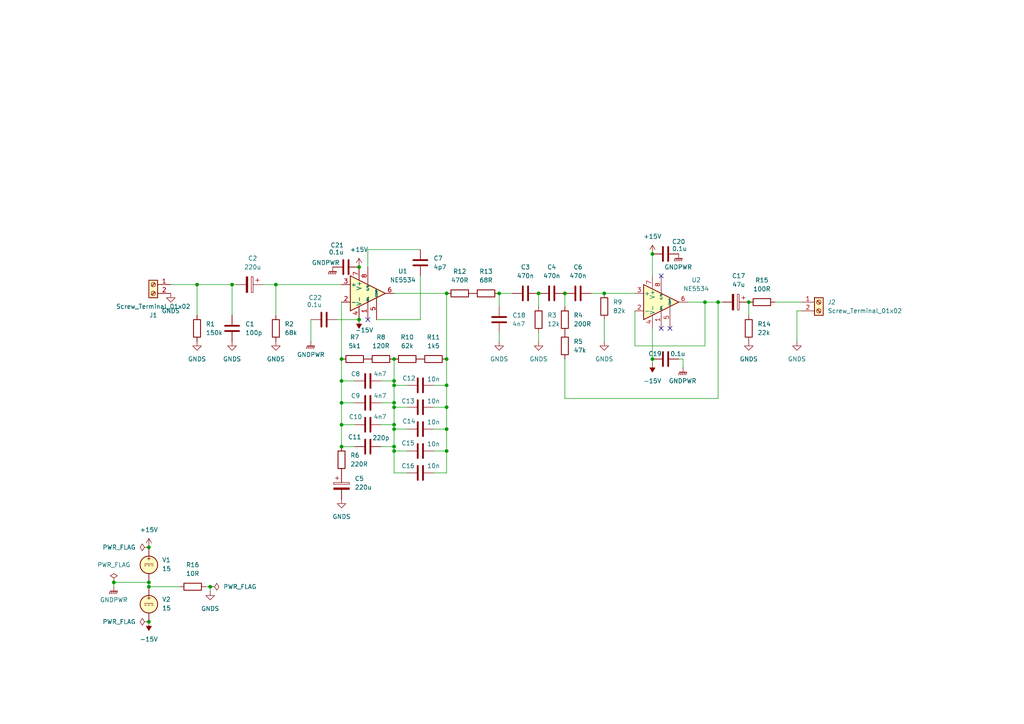
<source format=kicad_sch>
(kicad_sch (version 20250114) (generator "eeschema") (generator_version "9.0")
  (paper "A4")
  (title_block (title "Practical MM amplifier #3") (date "2025-12-29") (rev "0.1") (comment 1 "Small Signal Audio Design, 4th Edition, by Douglas Self") (comment 2 "Based on Signal Transfer design"))
  (lib_symbols
    (symbol "Amplifier_Operational:NE5534" (pin_names (offset 0.127))
      (property "Reference" "U" (at 1.27 6.35 0))
      (property "Value" "NE5534" (at 1.27 3.81 0))
      (symbol "NE5534_0_1"
        (polyline (pts (xy -5.08 5.08) (xy 5.08 0) (xy -5.08 -5.08) (xy -5.08 5.08)) (stroke (width 0.254)) (fill (type background)))
      )
      (symbol "NE5534_1_1"
        (pin input line (at -7.62 2.54 0) (length 2.54) (name "+") (number "3"))
        (pin input line (at -7.62 -2.54 0) (length 2.54) (name "-") (number "2"))
        (pin power_in line (at -2.54 7.62 270) (length 3.81) (name "V+") (number "7"))
        (pin power_in line (at -2.54 -7.62 90) (length 3.81) (name "V-") (number "4"))
        (pin input line (at 0 7.62 270) (length 5.08) (name "C/B") (number "8"))
        (pin input line (at 0 -7.62 90) (length 5.08) (name "BAL") (number "1"))
        (pin input line (at 2.54 -7.62 90) (length 6.35) (name "COMP") (number "5"))
        (pin output line (at 7.62 0 180) (length 2.54) (name "~") (number "6"))
      )
    )
    (symbol "Connector:Screw_Terminal_01x02" (pin_names (offset 1.016) (hide yes))
      (property "Reference" "J" (at 0 2.54 0))
      (property "Value" "Screw_Terminal_01x02" (at 0 -5.08 0))
      (symbol "Screw_Terminal_01x02_1_1"
        (rectangle (start -1.27 1.27) (end 1.27 -3.81) (stroke (width 0.254)) (fill (type background)))
        (polyline (pts (xy -0.5334 0.3302) (xy 0.3302 -0.508)) (stroke (width 0.1524)))
        (polyline (pts (xy -0.5334 -2.2098) (xy 0.3302 -3.048)) (stroke (width 0.1524)))
        (polyline (pts (xy -0.3556 0.508) (xy 0.508 -0.3302)) (stroke (width 0.1524)))
        (polyline (pts (xy -0.3556 -2.032) (xy 0.508 -2.8702)) (stroke (width 0.1524)))
        (circle (center 0 0) (radius 0.635) (stroke (width 0.1524)))
        (circle (center 0 -2.54) (radius 0.635) (stroke (width 0.1524)))
        (pin passive line (at -5.08 0 0) (length 3.81) (name "Pin_1") (number "1"))
        (pin passive line (at -5.08 -2.54 0) (length 3.81) (name "Pin_2") (number "2"))
      )
    )
    (symbol "Device:C" (pin_numbers (hide yes)) (pin_names (offset 0.254))
      (property "Reference" "C" (at 0.635 2.54 0))
      (property "Value" "C" (at 0.635 -2.54 0))
      (symbol "C_0_1"
        (polyline (pts (xy -2.032 0.762) (xy 2.032 0.762)) (stroke (width 0.508)))
        (polyline (pts (xy -2.032 -0.762) (xy 2.032 -0.762)) (stroke (width 0.508)))
      )
      (symbol "C_1_1"
        (pin passive line (at 0 3.81 270) (length 2.794) (name "~") (number "1"))
        (pin passive line (at 0 -3.81 90) (length 2.794) (name "~") (number "2"))
      )
    )
    (symbol "Device:C_Polarized" (pin_numbers (hide yes)) (pin_names (offset 0.254))
      (property "Reference" "C" (at 0.635 2.54 0))
      (property "Value" "C_Polarized" (at 0.635 -2.54 0))
      (symbol "C_Polarized_0_1"
        (rectangle (start -2.286 0.508) (end 2.286 1.016))
        (polyline (pts (xy -1.778 2.286) (xy -0.762 2.286)))
        (polyline (pts (xy -1.27 2.794) (xy -1.27 1.778)))
        (rectangle (start 2.286 -0.508) (end -2.286 -1.016) (fill (type outline)))
      )
      (symbol "C_Polarized_1_1"
        (pin passive line (at 0 3.81 270) (length 2.794) (name "~") (number "1"))
        (pin passive line (at 0 -3.81 90) (length 2.794) (name "~") (number "2"))
      )
    )
    (symbol "Device:R" (pin_numbers (hide yes)) (pin_names (offset 0))
      (property "Reference" "R" (at 2.032 0 90))
      (property "Value" "R" (at 0 0 90))
      (symbol "R_0_1"
        (rectangle (start -1.016 -2.54) (end 1.016 2.54) (stroke (width 0.254)))
      )
      (symbol "R_1_1"
        (pin passive line (at 0 3.81 270) (length 1.27) (name "~") (number "1"))
        (pin passive line (at 0 -3.81 90) (length 1.27) (name "~") (number "2"))
      )
    )
    (symbol "Simulation_SPICE:VDC" (pin_numbers (hide yes)) (pin_names (offset 0.0254))
      (property "Reference" "V" (at 2.54 2.54 0))
      (property "Value" "1" (at 2.54 0 0))
      (symbol "VDC_0_0"
        (polyline (pts (xy -1.27 0.254) (xy 1.27 0.254)))
        (polyline (pts (xy -0.762 -0.254) (xy -1.27 -0.254)))
        (polyline (pts (xy 0.254 -0.254) (xy -0.254 -0.254)))
        (polyline (pts (xy 1.27 -0.254) (xy 0.762 -0.254)))
        (text "+" (at 0 1.905 0) (effects (font (size 1.27 1.27))))
      )
      (symbol "VDC_0_1"
        (circle (center 0 0) (radius 2.54) (stroke (width 0.254)) (fill (type background)))
      )
      (symbol "VDC_1_1"
        (pin passive line (at 0 5.08 270) (length 2.54) (name "~") (number "1"))
        (pin passive line (at 0 -5.08 90) (length 2.54) (name "~") (number "2"))
      )
    )
    (symbol "power:+15V" (power) (pin_numbers (hide yes)) (pin_names (offset 0) (hide yes))
      (property "Value" "+15V" (at 0 3.556 0))
      (symbol "+15V_0_1"
        (polyline (pts (xy -0.762 1.27) (xy 0 2.54)))
        (polyline (pts (xy 0 2.54) (xy 0.762 1.27)))
        (polyline (pts (xy 0 0) (xy 0 2.54)))
      )
      (symbol "+15V_1_1"
        (pin power_in line (at 0 0 90) (length 0) (name "~") (number "1"))
      )
    )
    (symbol "power:-15V" (power) (pin_numbers (hide yes)) (pin_names (offset 0) (hide yes))
      (property "Value" "-15V" (at 0 3.556 0))
      (symbol "-15V_0_0"
        (pin power_in line (at 0 0 90) (length 0) (name "~") (number "1"))
      )
      (symbol "-15V_0_1"
        (polyline (pts (xy 0 0) (xy 0 1.27) (xy 0.762 1.27) (xy 0 2.54) (xy -0.762 1.27) (xy 0 1.27)) (fill (type outline)))
      )
    )
    (symbol "power:GNDPWR" (power) (pin_numbers (hide yes)) (pin_names (offset 0) (hide yes))
      (property "Value" "GNDPWR" (at 0 -3.302 0))
      (symbol "GNDPWR_0_1"
        (polyline (pts (xy -1.016 -1.27) (xy -1.27 -2.032) (xy -1.27 -2.032)) (stroke (width 0.2032)))
        (polyline (pts (xy -0.508 -1.27) (xy -0.762 -2.032) (xy -0.762 -2.032)) (stroke (width 0.2032)))
        (polyline (pts (xy 0 -1.27) (xy 0 0)))
        (polyline (pts (xy 0 -1.27) (xy -0.254 -2.032) (xy -0.254 -2.032)) (stroke (width 0.2032)))
        (polyline (pts (xy 0.508 -1.27) (xy 0.254 -2.032) (xy 0.254 -2.032)) (stroke (width 0.2032)))
        (polyline (pts (xy 1.016 -1.27) (xy -1.016 -1.27) (xy -1.016 -1.27)) (stroke (width 0.2032)))
        (polyline (pts (xy 1.016 -1.27) (xy 0.762 -2.032) (xy 0.762 -2.032) (xy 0.762 -2.032)) (stroke (width 0.2032)))
      )
      (symbol "GNDPWR_1_1"
        (pin power_in line (at 0 0 270) (length 0) (name "~") (number "1"))
      )
    )
    (symbol "power:GNDS" (power) (pin_numbers (hide yes)) (pin_names (offset 0) (hide yes))
      (property "Value" "GNDS" (at 0 -3.81 0))
      (symbol "GNDS_0_1"
        (polyline (pts (xy 0 0) (xy 0 -1.27) (xy 1.27 -1.27) (xy 0 -2.54) (xy -1.27 -1.27) (xy 0 -1.27)))
      )
      (symbol "GNDS_1_1"
        (pin power_in line (at 0 0 270) (length 0) (name "~") (number "1"))
      )
    )
    (symbol "power:PWR_FLAG" (power) (pin_numbers (hide yes)) (pin_names (offset 0) (hide yes))
      (property "Value" "PWR_FLAG" (at 0 3.81 0))
      (symbol "PWR_FLAG_0_0"
        (pin power_out line (at 0 0 90) (length 0) (name "~") (number "1"))
      )
      (symbol "PWR_FLAG_0_1"
        (polyline (pts (xy 0 0) (xy 0 1.27) (xy -1.016 1.905) (xy 0 2.54) (xy 1.016 1.905) (xy 0 1.27)))
      )
    )
  )
  (junction (at 129.54 85.09))
  (junction (at 67.31 82.55))
  (junction (at 144.78 85.09))
  (junction (at 129.54 130.81))
  (junction (at 208.28 87.63))
  (junction (at 104.14 77.47))
  (junction (at 114.3 118.11))
  (junction (at 33.02 168.91))
  (junction (at 129.54 104.14))
  (junction (at 114.3 116.84))
  (junction (at 129.54 124.46))
  (junction (at 217.17 87.63))
  (junction (at 99.06 110.49))
  (junction (at 43.18 168.91))
  (junction (at 204.47 87.63))
  (junction (at 80.01 82.55))
  (junction (at 189.23 104.14))
  (junction (at 43.18 180.34))
  (junction (at 114.3 129.54))
  (junction (at 57.15 82.55))
  (junction (at 43.18 158.75))
  (junction (at 114.3 111.76))
  (junction (at 163.83 85.09))
  (junction (at 99.06 104.14))
  (junction (at 99.06 123.19))
  (junction (at 114.3 123.19))
  (junction (at 43.18 170.18))
  (junction (at 114.3 110.49))
  (junction (at 114.3 130.81))
  (junction (at 129.54 111.76))
  (junction (at 104.14 92.71))
  (junction (at 114.3 104.14))
  (junction (at 175.26 85.09))
  (junction (at 99.06 116.84))
  (junction (at 189.23 73.66))
  (junction (at 156.21 85.09))
  (junction (at 99.06 129.54))
  (junction (at 129.54 118.11))
  (junction (at 114.3 124.46))
  (junction (at 60.96 170.18))
  (no_connect (at 194.31 95.25))
  (no_connect (at 191.77 80.01))
  (no_connect (at 191.77 95.25))
  (no_connect (at 106.68 92.71))
  (wire (pts (xy 208.28 87.63) (xy 208.28 115.57)))
  (wire (pts (xy 33.02 168.91) (xy 43.18 168.91)))
  (wire (pts (xy 99.06 116.84) (xy 102.87 116.84)))
  (wire (pts (xy 163.83 104.14) (xy 163.83 115.57)))
  (wire (pts (xy 129.54 118.11) (xy 129.54 124.46)))
  (wire (pts (xy 114.3 130.81) (xy 114.3 137.16)))
  (wire (pts (xy 114.3 124.46) (xy 114.3 129.54)))
  (wire (pts (xy 110.49 123.19) (xy 114.3 123.19)))
  (wire (pts (xy 217.17 91.44) (xy 217.17 87.63)))
  (wire (pts (xy 129.54 111.76) (xy 129.54 118.11)))
  (wire (pts (xy 67.31 82.55) (xy 68.58 82.55)))
  (wire (pts (xy 144.78 99.06) (xy 144.78 96.52)))
  (wire (pts (xy 99.06 110.49) (xy 99.06 116.84)))
  (wire (pts (xy 125.73 111.76) (xy 129.54 111.76)))
  (wire (pts (xy 43.18 168.91) (xy 43.18 170.18)))
  (wire (pts (xy 106.68 72.39) (xy 121.92 72.39)))
  (wire (pts (xy 163.83 115.57) (xy 208.28 115.57)))
  (wire (pts (xy 118.11 137.16) (xy 114.3 137.16)))
  (wire (pts (xy 110.49 129.54) (xy 114.3 129.54)))
  (wire (pts (xy 114.3 104.14) (xy 114.3 110.49)))
  (wire (pts (xy 125.73 118.11) (xy 129.54 118.11)))
  (wire (pts (xy 114.3 124.46) (xy 118.11 124.46)))
  (wire (pts (xy 114.3 130.81) (xy 118.11 130.81)))
  (wire (pts (xy 199.39 87.63) (xy 204.47 87.63)))
  (wire (pts (xy 231.14 99.06) (xy 231.14 90.17)))
  (wire (pts (xy 99.06 123.19) (xy 99.06 129.54)))
  (wire (pts (xy 175.26 85.09) (xy 184.15 85.09)))
  (wire (pts (xy 99.06 87.63) (xy 99.06 104.14)))
  (wire (pts (xy 156.21 96.52) (xy 156.21 99.06)))
  (wire (pts (xy 125.73 124.46) (xy 129.54 124.46)))
  (wire (pts (xy 67.31 82.55) (xy 67.31 91.44)))
  (wire (pts (xy 109.22 92.71) (xy 121.92 92.71)))
  (wire (pts (xy 33.02 170.18) (xy 33.02 168.91)))
  (wire (pts (xy 204.47 87.63) (xy 204.47 100.33)))
  (wire (pts (xy 102.87 129.54) (xy 99.06 129.54)))
  (wire (pts (xy 114.3 116.84) (xy 114.3 118.11)))
  (wire (pts (xy 208.28 87.63) (xy 209.55 87.63)))
  (wire (pts (xy 90.17 92.71) (xy 90.17 99.06)))
  (wire (pts (xy 114.3 111.76) (xy 114.3 116.84)))
  (wire (pts (xy 129.54 104.14) (xy 129.54 111.76)))
  (wire (pts (xy 125.73 130.81) (xy 129.54 130.81)))
  (wire (pts (xy 99.06 123.19) (xy 102.87 123.19)))
  (wire (pts (xy 198.12 106.68) (xy 198.12 104.14)))
  (wire (pts (xy 99.06 116.84) (xy 99.06 123.19)))
  (wire (pts (xy 43.18 170.18) (xy 52.07 170.18)))
  (wire (pts (xy 144.78 85.09) (xy 148.59 85.09)))
  (wire (pts (xy 110.49 110.49) (xy 114.3 110.49)))
  (wire (pts (xy 184.15 90.17) (xy 184.15 100.33)))
  (wire (pts (xy 114.3 110.49) (xy 114.3 111.76)))
  (wire (pts (xy 129.54 124.46) (xy 129.54 130.81)))
  (wire (pts (xy 114.3 118.11) (xy 114.3 123.19)))
  (wire (pts (xy 110.49 116.84) (xy 114.3 116.84)))
  (wire (pts (xy 114.3 123.19) (xy 114.3 124.46)))
  (wire (pts (xy 231.14 90.17) (xy 232.41 90.17)))
  (wire (pts (xy 121.92 80.01) (xy 121.92 92.71)))
  (wire (pts (xy 80.01 82.55) (xy 80.01 91.44)))
  (wire (pts (xy 163.83 85.09) (xy 163.83 88.9)))
  (wire (pts (xy 97.79 92.71) (xy 104.14 92.71)))
  (wire (pts (xy 184.15 100.33) (xy 204.47 100.33)))
  (wire (pts (xy 125.73 137.16) (xy 129.54 137.16)))
  (wire (pts (xy 60.96 171.45) (xy 60.96 170.18)))
  (wire (pts (xy 99.06 110.49) (xy 102.87 110.49)))
  (wire (pts (xy 114.3 85.09) (xy 129.54 85.09)))
  (wire (pts (xy 114.3 129.54) (xy 114.3 130.81)))
  (wire (pts (xy 171.45 85.09) (xy 175.26 85.09)))
  (wire (pts (xy 189.23 73.66) (xy 189.23 80.01)))
  (wire (pts (xy 57.15 82.55) (xy 67.31 82.55)))
  (wire (pts (xy 189.23 95.25) (xy 189.23 104.14)))
  (wire (pts (xy 156.21 85.09) (xy 156.21 88.9)))
  (wire (pts (xy 60.96 170.18) (xy 59.69 170.18)))
  (wire (pts (xy 189.23 104.14) (xy 189.23 105.41)))
  (wire (pts (xy 57.15 82.55) (xy 57.15 91.44)))
  (wire (pts (xy 80.01 82.55) (xy 99.06 82.55)))
  (wire (pts (xy 129.54 85.09) (xy 129.54 104.14)))
  (wire (pts (xy 144.78 88.9) (xy 144.78 85.09)))
  (wire (pts (xy 129.54 130.81) (xy 129.54 137.16)))
  (wire (pts (xy 76.2 82.55) (xy 80.01 82.55)))
  (wire (pts (xy 114.3 118.11) (xy 118.11 118.11)))
  (wire (pts (xy 114.3 111.76) (xy 118.11 111.76)))
  (wire (pts (xy 99.06 104.14) (xy 99.06 110.49)))
  (wire (pts (xy 204.47 87.63) (xy 208.28 87.63)))
  (wire (pts (xy 106.68 77.47) (xy 106.68 72.39)))
  (wire (pts (xy 49.53 82.55) (xy 57.15 82.55)))
  (wire (pts (xy 175.26 92.71) (xy 175.26 99.06)))
  (wire (pts (xy 198.12 104.14) (xy 196.85 104.14)))
  (wire (pts (xy 224.79 87.63) (xy 232.41 87.63)))
  (symbol (lib_id "Device:R") (at 140.97 85.09 90) (unit 1)
    (property "Reference" "R13" (at 140.97 78.74 90))
    (property "Value" "68R" (at 140.97 81.28 90))
    (property "Footprint" "Resistor_SMD:R_0805_2012Metric_Pad1.20x1.40mm_HandSolder" (effects (hide yes)))
    (property "Description" "Resistor" (effects (hide yes)))
  )
  (symbol (lib_id "Device:C_Polarized") (at 72.39 82.55 270) (unit 1)
    (property "Reference" "C2" (at 73.279 74.93 90))
    (property "Value" "220u" (at 73.279 77.47 90))
    (property "Footprint" "Capacitor_THT:C_Radial_D6.3mm_H11.0mm_P2.50mm" (effects (hide yes)))
    (property "Description" "Polarized capacitor" (effects (hide yes)))
  )
  (symbol (lib_id "power:-15V") (at 104.14 92.71 180) (unit 1)
    (property "Reference" "#PWR016" (effects (hide yes)))
    (property "Value" "-15V" (at 105.664 95.758 0))
    (property "Description" "Power symbol creates a global label with name \"-15V\"" (effects (hide yes)))
  )
  (symbol (lib_id "Amplifier_Operational:NE5534") (at 106.68 85.09 0) (unit 1)
    (property "Reference" "U1" (at 116.84 78.6698 0))
    (property "Value" "NE5534" (at 116.84 81.2098 0))
    (property "Footprint" "Package_SO:SOIC-8_3.9x4.9mm_P1.27mm" (effects (hide yes)))
    (property "Datasheet" "http://www.ti.com/lit/ds/symlink/ne5534.pdf" (effects (hide yes)))
    (property "Description" "Single Low-Noise Operational Amplifiers, DIP-8/SOIC-8" (effects (hide yes)))
    (property "Sim.Library" "C:\\Users\\Brian\\Documents\\circuit components\\NE5534.301" (effects (hide yes)))
    (property "Sim.Name" "NE5534" (effects (hide yes)))
    (property "Sim.Device" "SUBCKT" (effects (hide yes)))
    (property "Sim.Pins" "1=1 2=2 3=3 4=4 5=5 6=6 7=7" (effects (hide yes)))
  )
  (symbol (lib_id "Device:C") (at 167.64 85.09 90) (unit 1)
    (property "Reference" "C6" (at 167.64 77.47 90))
    (property "Value" "470n" (at 167.64 80.01 90))
    (property "Footprint" "Capacitor_SMD:C_0805_2012Metric_Pad1.18x1.45mm_HandSolder" (effects (hide yes)))
    (property "Description" "Unpolarized capacitor" (effects (hide yes)))
  )
  (symbol (lib_id "power:GNDPWR") (at 198.12 106.68 0) (unit 1)
    (property "Reference" "#PWR010" (effects (hide yes)))
    (property "Value" "GNDPWR" (at 197.993 110.49 0))
    (property "Description" "Power symbol creates a global label with name \"GNDPWR\" , global ground" (effects (hide yes)))
  )
  (symbol (lib_id "Device:R") (at 175.26 88.9 0) (unit 1)
    (property "Reference" "R9" (at 177.8 87.6299 0) (effects (justify left)))
    (property "Value" "82k" (at 177.8 90.1699 0) (effects (justify left)))
    (property "Footprint" "Resistor_SMD:R_0805_2012Metric_Pad1.20x1.40mm_HandSolder" (effects (hide yes)))
    (property "Description" "Resistor" (effects (hide yes)))
  )
  (symbol (lib_id "Device:C") (at 193.04 104.14 90) (unit 1)
    (property "Reference" "C19" (at 189.992 102.616 90))
    (property "Value" "0.1u" (at 196.596 102.616 90))
    (property "Description" "Unpolarized capacitor" (effects (hide yes)))
  )
  (symbol (lib_id "Device:R") (at 125.73 104.14 90) (unit 1)
    (property "Reference" "R11" (at 125.73 97.79 90))
    (property "Value" "1k5" (at 125.73 100.33 90))
    (property "Footprint" "Resistor_SMD:R_0805_2012Metric_Pad1.20x1.40mm_HandSolder" (effects (hide yes)))
    (property "Description" "Resistor" (effects (hide yes)))
  )
  (symbol (lib_id "Device:C") (at 121.92 76.2 0) (unit 1)
    (property "Reference" "C7" (at 125.73 74.9299 0) (effects (justify left)))
    (property "Value" "4p7" (at 125.73 77.4699 0) (effects (justify left)))
    (property "Footprint" "Capacitor_SMD:C_0805_2012Metric_Pad1.18x1.45mm_HandSolder" (effects (hide yes)))
    (property "Description" "Unpolarized capacitor" (effects (hide yes)))
  )
  (symbol (lib_id "Device:R") (at 156.21 92.71 180) (unit 1)
    (property "Reference" "R3" (at 158.75 91.4399 0) (effects (justify right)))
    (property "Value" "12k" (at 158.75 93.9799 0) (effects (justify right)))
    (property "Footprint" "Resistor_SMD:R_0805_2012Metric_Pad1.20x1.40mm_HandSolder" (effects (hide yes)))
    (property "Description" "Resistor" (effects (hide yes)))
  )
  (symbol (lib_id "Device:R") (at 163.83 100.33 0) (unit 1)
    (property "Reference" "R5" (at 166.37 99.0599 0) (effects (justify left)))
    (property "Value" "47k" (at 166.37 101.5999 0) (effects (justify left)))
    (property "Footprint" "Resistor_SMD:R_0805_2012Metric_Pad1.20x1.40mm_HandSolder" (effects (hide yes)))
    (property "Description" "Resistor" (effects (hide yes)))
  )
  (symbol (lib_id "Device:R") (at 133.35 85.09 90) (unit 1)
    (property "Reference" "R12" (at 133.35 78.74 90))
    (property "Value" "470R" (at 133.35 81.28 90))
    (property "Footprint" "Resistor_SMD:R_0805_2012Metric_Pad1.20x1.40mm_HandSolder" (effects (hide yes)))
    (property "Description" "Resistor" (effects (hide yes)))
  )
  (symbol (lib_id "Device:C") (at 193.04 73.66 90) (unit 1)
    (property "Reference" "C20" (at 196.85 70.104 90))
    (property "Value" "0.1u" (at 197.104 72.136 90))
    (property "Description" "Unpolarized capacitor" (effects (hide yes)))
  )
  (symbol (lib_id "Device:C") (at 93.98 92.71 90) (unit 1)
    (property "Reference" "C22" (at 91.44 86.36 90))
    (property "Value" "0.1u" (at 91.186 88.392 90))
    (property "Description" "Unpolarized capacitor" (effects (hide yes)))
  )
  (symbol (lib_id "Device:C") (at 121.92 124.46 90) (unit 1)
    (property "Reference" "C14" (at 118.618 122.174 90))
    (property "Value" "10n" (at 125.73 122.428 90))
    (property "Footprint" "Capacitor_SMD:C_0805_2012Metric_Pad1.18x1.45mm_HandSolder" (effects (hide yes)))
    (property "Description" "Unpolarized capacitor" (effects (hide yes)))
  )
  (symbol (lib_id "power:+15V") (at 104.14 77.47 0) (unit 1)
    (property "Reference" "#PWR013" (effects (hide yes)))
    (property "Value" "+15V" (at 104.14 72.39 0))
    (property "Description" "Power symbol creates a global label with name \"+15V\"" (effects (hide yes)))
  )
  (symbol (lib_id "Device:R") (at 163.83 92.71 0) (unit 1)
    (property "Reference" "R4" (at 166.37 91.4399 0) (effects (justify left)))
    (property "Value" "200R" (at 166.37 93.9799 0) (effects (justify left)))
    (property "Footprint" "Resistor_SMD:R_0805_2012Metric_Pad1.20x1.40mm_HandSolder" (effects (hide yes)))
    (property "Description" "Resistor" (effects (hide yes)))
  )
  (symbol (lib_id "Simulation_SPICE:VDC") (at 43.18 175.26 0) (unit 1) (on_board no)
    (property "Reference" "V2" (at 46.99 173.8601 0) (effects (justify left)))
    (property "Value" "15" (at 46.99 176.4001 0) (effects (justify left)))
    (property "Datasheet" "https://ngspice.sourceforge.io/docs/ngspice-html-manual/manual.xhtml#sec_Independent_Sources_for" (effects (hide yes)))
    (property "Description" "Voltage source, DC" (effects (hide yes)))
    (property "Sim.Pins" "1=+ 2=-" (effects (hide yes)))
    (property "Sim.Type" "DC" (effects (hide yes)))
    (property "Sim.Device" "V" (effects (hide yes)))
  )
  (symbol (lib_id "Device:R") (at 55.88 170.18 90) (unit 1)
    (property "Reference" "R16" (at 55.88 163.83 90))
    (property "Value" "10R" (at 55.88 166.37 90))
    (property "Description" "Resistor" (effects (hide yes)))
  )
  (symbol (lib_id "Amplifier_Operational:NE5534") (at 191.77 87.63 0) (unit 1)
    (property "Reference" "U2" (at 201.93 81.2098 0))
    (property "Value" "NE5534" (at 201.93 83.7498 0))
    (property "Footprint" "Package_SO:SOIC-8_3.9x4.9mm_P1.27mm" (effects (hide yes)))
    (property "Datasheet" "http://www.ti.com/lit/ds/symlink/ne5534.pdf" (effects (hide yes)))
    (property "Description" "Single Low-Noise Operational Amplifiers, DIP-8/SOIC-8" (effects (hide yes)))
    (property "Sim.Device" "SUBCKT" (effects (hide yes)))
    (property "Sim.Library" "C:\\Users\\Brian\\Documents\\circuit components\\NE5534.301" (effects (hide yes)))
    (property "Sim.Name" "NE5534" (effects (hide yes)))
    (property "Sim.Pins" "1=1 2=2 3=3 4=4 5=5 6=6 7=7" (effects (hide yes)))
  )
  (symbol (lib_id "power:GNDPWR") (at 96.52 77.47 0) (unit 1)
    (property "Reference" "#PWR014" (effects (hide yes)))
    (property "Value" "GNDPWR" (at 94.488 76.2 0))
    (property "Description" "Power symbol creates a global label with name \"GNDPWR\" , global ground" (effects (hide yes)))
  )
  (symbol (lib_id "power:+15V") (at 43.18 158.75 0) (unit 1)
    (property "Reference" "#PWR021" (effects (hide yes)))
    (property "Value" "+15V" (at 43.18 153.67 0))
    (property "Description" "Power symbol creates a global label with name \"+15V\"" (effects (hide yes)))
  )
  (symbol (lib_id "power:GNDS") (at 144.78 99.06 0) (unit 1)
    (property "Reference" "#PWR06" (effects (hide yes)))
    (property "Value" "GNDS" (at 144.78 104.14 0))
    (property "Description" "Power symbol creates a global label with name \"GNDS\" , signal ground" (effects (hide yes)))
  )
  (symbol (lib_id "Device:C") (at 160.02 85.09 90) (unit 1)
    (property "Reference" "C4" (at 160.02 77.47 90))
    (property "Value" "470n" (at 160.02 80.01 90))
    (property "Footprint" "Capacitor_SMD:C_0805_2012Metric_Pad1.18x1.45mm_HandSolder" (effects (hide yes)))
    (property "Description" "Unpolarized capacitor" (effects (hide yes)))
  )
  (symbol (lib_id "Device:C") (at 121.92 111.76 90) (unit 1)
    (property "Reference" "C12" (at 118.618 109.728 90))
    (property "Value" "10n" (at 125.73 109.982 90))
    (property "Footprint" "Capacitor_SMD:C_0805_2012Metric_Pad1.18x1.45mm_HandSolder" (effects (hide yes)))
    (property "Description" "Unpolarized capacitor" (effects (hide yes)))
  )
  (symbol (lib_id "power:GNDPWR") (at 33.02 170.18 0) (unit 1)
    (property "Reference" "#PWR020" (effects (hide yes)))
    (property "Value" "GNDPWR" (at 33.02 173.99 0))
    (property "Description" "Power symbol creates a global label with name \"GNDPWR\" , global ground" (effects (hide yes)))
  )
  (symbol (lib_id "power:-15V") (at 43.18 180.34 180) (unit 1)
    (property "Reference" "#PWR022" (effects (hide yes)))
    (property "Value" "-15V" (at 43.18 185.42 0))
    (property "Description" "Power symbol creates a global label with name \"-15V\"" (effects (hide yes)))
  )
  (symbol (lib_id "power:-15V") (at 189.23 105.41 180) (unit 1)
    (property "Reference" "#PWR09" (effects (hide yes)))
    (property "Value" "-15V" (at 189.23 110.49 0))
    (property "Description" "Power symbol creates a global label with name \"-15V\"" (effects (hide yes)))
  )
  (symbol (lib_id "Device:C") (at 144.78 92.71 180) (unit 1)
    (property "Reference" "C18" (at 148.59 91.4399 0) (effects (justify right)))
    (property "Value" "4n7" (at 148.59 93.9799 0) (effects (justify right)))
    (property "Footprint" "Capacitor_SMD:C_0805_2012Metric_Pad1.18x1.45mm_HandSolder" (effects (hide yes)))
    (property "Description" "Unpolarized capacitor" (effects (hide yes)))
  )
  (symbol (lib_id "power:GNDPWR") (at 196.85 73.66 0) (unit 1)
    (property "Reference" "#PWR011" (effects (hide yes)))
    (property "Value" "GNDPWR" (at 196.723 77.47 0))
    (property "Description" "Power symbol creates a global label with name \"GNDPWR\" , global ground" (effects (hide yes)))
  )
  (symbol (lib_id "power:GNDS") (at 231.14 99.06 0) (unit 1)
    (property "Reference" "#PWR018" (effects (hide yes)))
    (property "Value" "GNDS" (at 231.14 104.14 0))
    (property "Description" "Power symbol creates a global label with name \"GNDS\" , signal ground" (effects (hide yes)))
  )
  (symbol (lib_id "Device:R") (at 80.01 95.25 0) (unit 1)
    (property "Reference" "R2" (at 82.55 93.9799 0) (effects (justify left)))
    (property "Value" "68k" (at 82.55 96.5199 0) (effects (justify left)))
    (property "Footprint" "Resistor_SMD:R_0805_2012Metric_Pad1.20x1.40mm_HandSolder" (effects (hide yes)))
    (property "Description" "Resistor" (effects (hide yes)))
  )
  (symbol (lib_id "Device:C") (at 106.68 123.19 90) (unit 1)
    (property "Reference" "C10" (at 103.124 120.904 90))
    (property "Value" "4n7" (at 110.236 120.904 90))
    (property "Footprint" "Capacitor_SMD:C_0805_2012Metric_Pad1.18x1.45mm_HandSolder" (effects (hide yes)))
    (property "Description" "Unpolarized capacitor" (effects (hide yes)))
  )
  (symbol (lib_id "Device:R") (at 217.17 95.25 0) (unit 1)
    (property "Reference" "R14" (at 219.71 93.9799 0) (effects (justify left)))
    (property "Value" "22k" (at 219.71 96.5199 0) (effects (justify left)))
    (property "Footprint" "Resistor_SMD:R_0805_2012Metric_Pad1.20x1.40mm_HandSolder" (effects (hide yes)))
    (property "Description" "Resistor" (effects (hide yes)))
  )
  (symbol (lib_id "power:PWR_FLAG") (at 60.96 170.18 270) (unit 1)
    (property "Reference" "#FLG04" (effects (hide yes)))
    (property "Value" "PWR_FLAG" (at 64.77 170.1799 90) (effects (justify left)))
    (property "Description" "Special symbol for telling ERC where power comes from" (effects (hide yes)))
  )
  (symbol (lib_id "Device:C_Polarized") (at 213.36 87.63 270) (unit 1)
    (property "Reference" "C17" (at 214.249 80.01 90))
    (property "Value" "47u" (at 214.249 82.55 90))
    (property "Footprint" "Capacitor_THT:C_Radial_D4.0mm_H7.0mm_P1.50mm" (effects (hide yes)))
    (property "Description" "Polarized capacitor" (effects (hide yes)))
  )
  (symbol (lib_id "Device:C") (at 106.68 110.49 90) (unit 1)
    (property "Reference" "C8" (at 103.124 108.458 90))
    (property "Value" "4n7" (at 110.236 108.458 90))
    (property "Footprint" "Capacitor_SMD:C_0805_2012Metric_Pad1.18x1.45mm_HandSolder" (effects (hide yes)))
    (property "Description" "Unpolarized capacitor" (effects (hide yes)))
  )
  (symbol (lib_id "power:GNDS") (at 67.31 99.06 0) (unit 1)
    (property "Reference" "#PWR03" (effects (hide yes)))
    (property "Value" "GNDS" (at 67.31 104.14 0))
    (property "Description" "Power symbol creates a global label with name \"GNDS\" , signal ground" (effects (hide yes)))
  )
  (symbol (lib_id "Device:C_Polarized") (at 99.06 140.97 0) (unit 1)
    (property "Reference" "C5" (at 102.87 138.8109 0) (effects (justify left)))
    (property "Value" "220u" (at 102.87 141.3509 0) (effects (justify left)))
    (property "Footprint" "Capacitor_THT:C_Radial_D6.3mm_H11.0mm_P2.50mm" (effects (hide yes)))
    (property "Description" "Polarized capacitor" (effects (hide yes)))
  )
  (symbol (lib_id "Device:C") (at 100.33 77.47 90) (unit 1)
    (property "Reference" "C21" (at 97.79 71.12 90))
    (property "Value" "0.1u" (at 97.536 73.152 90))
    (property "Description" "Unpolarized capacitor" (effects (hide yes)))
  )
  (symbol (lib_id "power:PWR_FLAG") (at 43.18 158.75 90) (unit 1)
    (property "Reference" "#FLG02" (effects (hide yes)))
    (property "Value" "PWR_FLAG" (at 39.37 158.7499 90) (effects (justify left)))
    (property "Description" "Special symbol for telling ERC where power comes from" (effects (hide yes)))
  )
  (symbol (lib_id "Device:R") (at 57.15 95.25 0) (unit 1)
    (property "Reference" "R1" (at 59.69 93.9799 0) (effects (justify left)))
    (property "Value" "150k" (at 59.69 96.5199 0) (effects (justify left)))
    (property "Footprint" "Resistor_SMD:R_0805_2012Metric_Pad1.20x1.40mm_HandSolder" (effects (hide yes)))
    (property "Description" "Resistor" (effects (hide yes)))
  )
  (symbol (lib_id "power:PWR_FLAG") (at 43.18 180.34 90) (unit 1)
    (property "Reference" "#FLG03" (effects (hide yes)))
    (property "Value" "PWR_FLAG" (at 39.37 180.3399 90) (effects (justify left)))
    (property "Description" "Special symbol for telling ERC where power comes from" (effects (hide yes)))
  )
  (symbol (lib_id "Device:R") (at 102.87 104.14 90) (unit 1)
    (property "Reference" "R7" (at 102.87 97.79 90))
    (property "Value" "5k1" (at 102.87 100.33 90))
    (property "Footprint" "Resistor_SMD:R_0805_2012Metric_Pad1.20x1.40mm_HandSolder" (effects (hide yes)))
    (property "Description" "Resistor" (effects (hide yes)))
  )
  (symbol (lib_id "power:GNDS") (at 175.26 99.06 0) (unit 1)
    (property "Reference" "#PWR08" (effects (hide yes)))
    (property "Value" "GNDS" (at 175.26 104.14 0))
    (property "Description" "Power symbol creates a global label with name \"GNDS\" , signal ground" (effects (hide yes)))
  )
  (symbol (lib_id "power:GNDS") (at 156.21 99.06 0) (unit 1)
    (property "Reference" "#PWR07" (effects (hide yes)))
    (property "Value" "GNDS" (at 156.21 104.14 0))
    (property "Description" "Power symbol creates a global label with name \"GNDS\" , signal ground" (effects (hide yes)))
  )
  (symbol (lib_id "power:GNDPWR") (at 90.17 99.06 0) (unit 1)
    (property "Reference" "#PWR015" (effects (hide yes)))
    (property "Value" "GNDPWR" (at 90.17 102.87 0))
    (property "Description" "Power symbol creates a global label with name \"GNDPWR\" , global ground" (effects (hide yes)))
  )
  (symbol (lib_id "Device:R") (at 118.11 104.14 90) (unit 1)
    (property "Reference" "R10" (at 118.11 97.79 90))
    (property "Value" "62k" (at 118.11 100.33 90))
    (property "Footprint" "Resistor_SMD:R_0805_2012Metric_Pad1.20x1.40mm_HandSolder" (effects (hide yes)))
    (property "Description" "Resistor" (effects (hide yes)))
  )
  (symbol (lib_id "Connector:Screw_Terminal_01x02") (at 44.45 82.55 0) (mirror y) (unit 1) (exclude_from_sim yes)
    (property "Reference" "J1" (at 44.45 91.44 0))
    (property "Value" "Screw_Terminal_01x02" (at 44.45 88.9 0))
    (property "Footprint" "TerminalBlock_4Ucon:TerminalBlock_4Ucon_1x02_P3.50mm_Horizontal" (effects (hide yes)))
    (property "Description" "Generic screw terminal, single row, 01x02, script generated (kicad-library-utils/schlib/autogen/connector/)" (effects (hide yes)))
  )
  (symbol (lib_id "Device:C") (at 121.92 118.11 90) (unit 1)
    (property "Reference" "C13" (at 118.364 116.332 90))
    (property "Value" "10n" (at 125.73 116.332 90))
    (property "Footprint" "Capacitor_SMD:C_0805_2012Metric_Pad1.18x1.45mm_HandSolder" (effects (hide yes)))
    (property "Description" "Unpolarized capacitor" (effects (hide yes)))
  )
  (symbol (lib_id "power:GNDS") (at 99.06 144.78 0) (unit 1)
    (property "Reference" "#PWR05" (effects (hide yes)))
    (property "Value" "GNDS" (at 99.06 149.86 0))
    (property "Description" "Power symbol creates a global label with name \"GNDS\" , signal ground" (effects (hide yes)))
  )
  (symbol (lib_id "Device:R") (at 99.06 133.35 0) (unit 1)
    (property "Reference" "R6" (at 101.6 132.0799 0) (effects (justify left)))
    (property "Value" "220R" (at 101.6 134.6199 0) (effects (justify left)))
    (property "Footprint" "Resistor_SMD:R_0805_2012Metric_Pad1.20x1.40mm_HandSolder" (effects (hide yes)))
    (property "Description" "Resistor" (effects (hide yes)))
  )
  (symbol (lib_id "Device:C") (at 121.92 130.81 90) (unit 1)
    (property "Reference" "C15" (at 118.364 128.524 90))
    (property "Value" "10n" (at 125.73 128.778 90))
    (property "Footprint" "Capacitor_SMD:C_0805_2012Metric_Pad1.18x1.45mm_HandSolder" (effects (hide yes)))
    (property "Description" "Unpolarized capacitor" (effects (hide yes)))
  )
  (symbol (lib_id "power:PWR_FLAG") (at 33.02 168.91 0) (unit 1)
    (property "Reference" "#FLG01" (effects (hide yes)))
    (property "Value" "PWR_FLAG" (at 33.02 163.83 0))
    (property "Description" "Special symbol for telling ERC where power comes from" (effects (hide yes)))
  )
  (symbol (lib_id "Device:R") (at 110.49 104.14 90) (unit 1)
    (property "Reference" "R8" (at 110.49 97.79 90))
    (property "Value" "120R" (at 110.49 100.33 90))
    (property "Footprint" "Resistor_SMD:R_0805_2012Metric_Pad1.20x1.40mm_HandSolder" (effects (hide yes)))
    (property "Description" "Resistor" (effects (hide yes)))
  )
  (symbol (lib_id "Device:C") (at 106.68 129.54 90) (unit 1)
    (property "Reference" "C11" (at 102.87 126.746 90))
    (property "Value" "220p" (at 110.49 127 90))
    (property "Footprint" "Capacitor_SMD:C_0805_2012Metric_Pad1.18x1.45mm_HandSolder" (effects (hide yes)))
    (property "Description" "Unpolarized capacitor" (effects (hide yes)))
  )
  (symbol (lib_id "Connector:Screw_Terminal_01x02") (at 237.49 87.63 0) (unit 1) (exclude_from_sim yes)
    (property "Reference" "J2" (at 240.03 87.6299 0) (effects (justify left)))
    (property "Value" "Screw_Terminal_01x02" (at 240.03 90.1699 0) (effects (justify left)))
    (property "Footprint" "TerminalBlock_4Ucon:TerminalBlock_4Ucon_1x02_P3.50mm_Horizontal" (effects (hide yes)))
    (property "Description" "Generic screw terminal, single row, 01x02, script generated (kicad-library-utils/schlib/autogen/connector/)" (effects (hide yes)))
  )
  (symbol (lib_id "Device:C") (at 106.68 116.84 90) (unit 1)
    (property "Reference" "C9" (at 103.124 114.808 90))
    (property "Value" "4n7" (at 110.236 114.808 90))
    (property "Footprint" "Capacitor_SMD:C_0805_2012Metric_Pad1.18x1.45mm_HandSolder" (effects (hide yes)))
    (property "Description" "Unpolarized capacitor" (effects (hide yes)))
  )
  (symbol (lib_id "power:GNDS") (at 57.15 99.06 0) (unit 1)
    (property "Reference" "#PWR02" (effects (hide yes)))
    (property "Value" "GNDS" (at 57.15 104.14 0))
    (property "Description" "Power symbol creates a global label with name \"GNDS\" , signal ground" (effects (hide yes)))
  )
  (symbol (lib_id "Device:C") (at 67.31 95.25 0) (unit 1)
    (property "Reference" "C1" (at 71.12 93.9799 0) (effects (justify left)))
    (property "Value" "100p" (at 71.12 96.5199 0) (effects (justify left)))
    (property "Footprint" "Capacitor_SMD:C_0805_2012Metric_Pad1.18x1.45mm_HandSolder" (effects (hide yes)))
    (property "Description" "Unpolarized capacitor" (effects (hide yes)))
  )
  (symbol (lib_id "power:GNDS") (at 217.17 99.06 0) (unit 1)
    (property "Reference" "#PWR017" (effects (hide yes)))
    (property "Value" "GNDS" (at 217.17 104.14 0))
    (property "Description" "Power symbol creates a global label with name \"GNDS\" , signal ground" (effects (hide yes)))
  )
  (symbol (lib_id "Simulation_SPICE:VDC") (at 43.18 163.83 0) (unit 1) (on_board no)
    (property "Reference" "V1" (at 46.99 162.4301 0) (effects (justify left)))
    (property "Value" "15" (at 46.99 164.9701 0) (effects (justify left)))
    (property "Datasheet" "https://ngspice.sourceforge.io/docs/ngspice-html-manual/manual.xhtml#sec_Independent_Sources_for" (effects (hide yes)))
    (property "Description" "Voltage source, DC" (effects (hide yes)))
    (property "Sim.Pins" "1=+ 2=-" (effects (hide yes)))
    (property "Sim.Type" "DC" (effects (hide yes)))
    (property "Sim.Device" "V" (effects (hide yes)))
  )
  (symbol (lib_id "power:GNDS") (at 60.96 171.45 0) (unit 1)
    (property "Reference" "#PWR019" (effects (hide yes)))
    (property "Value" "GNDS" (at 60.96 176.53 0))
    (property "Description" "Power symbol creates a global label with name \"GNDS\" , signal ground" (effects (hide yes)))
  )
  (symbol (lib_id "power:GNDS") (at 49.53 85.09 0) (unit 1)
    (property "Reference" "#PWR01" (effects (hide yes)))
    (property "Value" "GNDS" (at 49.53 90.17 0))
    (property "Description" "Power symbol creates a global label with name \"GNDS\" , signal ground" (effects (hide yes)))
  )
  (symbol (lib_id "Device:C") (at 152.4 85.09 90) (unit 1)
    (property "Reference" "C3" (at 152.4 77.47 90))
    (property "Value" "470n" (at 152.4 80.01 90))
    (property "Footprint" "Capacitor_SMD:C_0805_2012Metric_Pad1.18x1.45mm_HandSolder" (effects (hide yes)))
    (property "Description" "Unpolarized capacitor" (effects (hide yes)))
  )
  (symbol (lib_id "power:GNDS") (at 80.01 99.06 0) (unit 1)
    (property "Reference" "#PWR04" (effects (hide yes)))
    (property "Value" "GNDS" (at 80.01 104.14 0))
    (property "Description" "Power symbol creates a global label with name \"GNDS\" , signal ground" (effects (hide yes)))
  )
  (symbol (lib_id "Device:R") (at 220.98 87.63 90) (unit 1)
    (property "Reference" "R15" (at 220.98 81.28 90))
    (property "Value" "100R" (at 220.98 83.82 90))
    (property "Footprint" "Resistor_SMD:R_0805_2012Metric_Pad1.20x1.40mm_HandSolder" (effects (hide yes)))
    (property "Description" "Resistor" (effects (hide yes)))
  )
  (symbol (lib_id "power:+15V") (at 189.23 73.66 0) (unit 1)
    (property "Reference" "#PWR012" (effects (hide yes)))
    (property "Value" "+15V" (at 189.23 68.58 0))
    (property "Description" "Power symbol creates a global label with name \"+15V\"" (effects (hide yes)))
  )
  (symbol (lib_id "Device:C") (at 121.92 137.16 90) (unit 1)
    (property "Reference" "C16" (at 118.364 135.128 90))
    (property "Value" "10n" (at 125.73 135.128 90))
    (property "Footprint" "Capacitor_SMD:C_0805_2012Metric_Pad1.18x1.45mm_HandSolder" (effects (hide yes)))
    (property "Description" "Unpolarized capacitor" (effects (hide yes)))
  )
)
</source>
